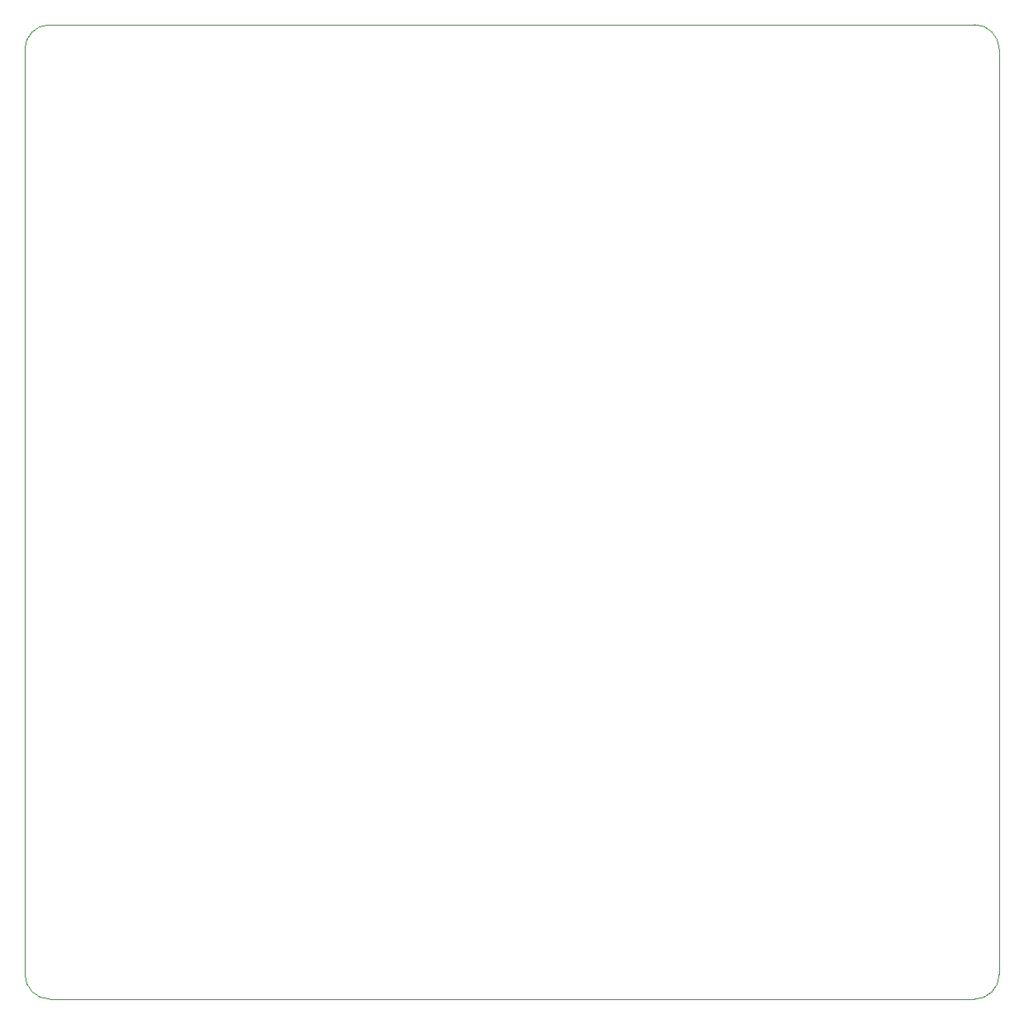
<source format=gm1>
G04 #@! TF.GenerationSoftware,KiCad,Pcbnew,(6.0.2)*
G04 #@! TF.CreationDate,2022-10-17T08:50:39-07:00*
G04 #@! TF.ProjectId,Protoboard PLCC,50726f74-6f62-46f6-9172-6420504c4343,1.0*
G04 #@! TF.SameCoordinates,Original*
G04 #@! TF.FileFunction,Profile,NP*
%FSLAX46Y46*%
G04 Gerber Fmt 4.6, Leading zero omitted, Abs format (unit mm)*
G04 Created by KiCad (PCBNEW (6.0.2)) date 2022-10-17 08:50:39*
%MOMM*%
%LPD*%
G01*
G04 APERTURE LIST*
G04 #@! TA.AperFunction,Profile*
%ADD10C,0.100000*%
G04 #@! TD*
G04 APERTURE END LIST*
D10*
X193802000Y-146431000D02*
G75*
G03*
X196342000Y-143891000I-1J2540001D01*
G01*
X193802000Y-46609000D02*
X99060000Y-46609000D01*
X196342000Y-49149000D02*
G75*
G03*
X193802000Y-46609000I-2540001J-1D01*
G01*
X196342000Y-143891000D02*
X196342000Y-49149000D01*
X99060000Y-146431000D02*
X193802000Y-146431000D01*
X99060000Y-46609000D02*
G75*
G03*
X96520000Y-49149000I1J-2540001D01*
G01*
X96520000Y-49149000D02*
X96520000Y-143891000D01*
X96520000Y-143891000D02*
G75*
G03*
X99060000Y-146431000I2540001J1D01*
G01*
M02*

</source>
